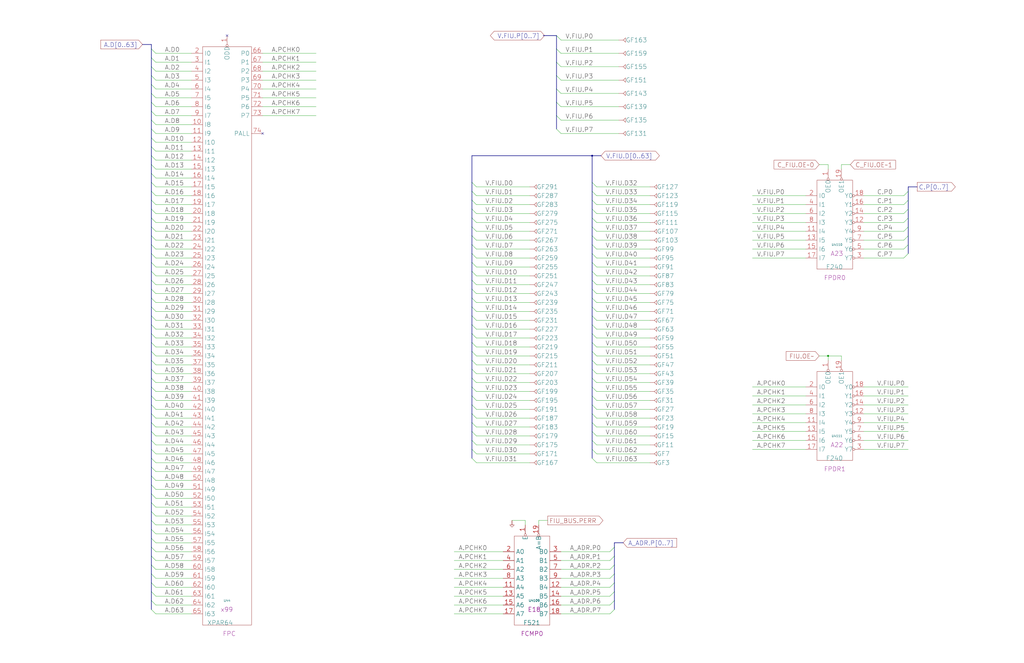
<source format=kicad_sch>
(kicad_sch (version 20230121) (generator eeschema)
  (paper "User" 584.2 378.46)
  (title_block (title "FIU DRIVER AND RECEIVER\\nPARITY") (date "22-MAR-90") (rev "1.0") (comment 1 "VALUE") (comment 2 "232-003063") (comment 3 "S400") (comment 4 "RELEASED"))
  (junction (at 337.82 88.9))
  (junction (at 472.44 203.2))
  (no_connect (at 129.54 20.32))
  (no_connect (at 149.86 76.2))
  (bus_entry (at 86.36 180.34) (size 2.54 2.54))
  (bus_entry (at 337.82 231.14) (size 2.54 2.54))
  (bus_entry (at 337.82 175.26) (size 2.54 2.54))
  (bus_entry (at 350.52 327.66) (size -2.54 2.54))
  (bus_entry (at 86.36 109.22) (size 2.54 2.54))
  (bus_entry (at 86.36 195.58) (size 2.54 2.54))
  (bus_entry (at 337.82 109.22) (size 2.54 2.54))
  (bus_entry (at 317.5 58.42) (size 2.54 2.54))
  (bus_entry (at 317.5 27.94) (size 2.54 2.54))
  (bus_entry (at 86.36 114.3) (size 2.54 2.54))
  (bus_entry (at 350.52 332.74) (size -2.54 2.54))
  (bus_entry (at 337.82 170.18) (size 2.54 2.54))
  (bus_entry (at 337.82 114.3) (size 2.54 2.54))
  (bus_entry (at 86.36 93.98) (size 2.54 2.54))
  (bus_entry (at 269.24 256.54) (size 2.54 2.54))
  (bus_entry (at 269.24 195.58) (size 2.54 2.54))
  (bus_entry (at 269.24 215.9) (size 2.54 2.54))
  (bus_entry (at 86.36 347.98) (size 2.54 2.54))
  (bus_entry (at 337.82 236.22) (size 2.54 2.54))
  (bus_entry (at 269.24 104.14) (size 2.54 2.54))
  (bus_entry (at 350.52 317.5) (size -2.54 2.54))
  (bus_entry (at 86.36 73.66) (size 2.54 2.54))
  (bus_entry (at 86.36 271.78) (size 2.54 2.54))
  (bus_entry (at 269.24 190.5) (size 2.54 2.54))
  (bus_entry (at 337.82 190.5) (size 2.54 2.54))
  (bus_entry (at 86.36 139.7) (size 2.54 2.54))
  (bus_entry (at 86.36 185.42) (size 2.54 2.54))
  (bus_entry (at 86.36 287.02) (size 2.54 2.54))
  (bus_entry (at 337.82 154.94) (size 2.54 2.54))
  (bus_entry (at 86.36 246.38) (size 2.54 2.54))
  (bus_entry (at 86.36 307.34) (size 2.54 2.54))
  (bus_entry (at 337.82 251.46) (size 2.54 2.54))
  (bus_entry (at 269.24 124.46) (size 2.54 2.54))
  (bus_entry (at 86.36 236.22) (size 2.54 2.54))
  (bus_entry (at 86.36 337.82) (size 2.54 2.54))
  (bus_entry (at 86.36 134.62) (size 2.54 2.54))
  (bus_entry (at 86.36 292.1) (size 2.54 2.54))
  (bus_entry (at 86.36 302.26) (size 2.54 2.54))
  (bus_entry (at 337.82 261.62) (size 2.54 2.54))
  (bus_entry (at 269.24 185.42) (size 2.54 2.54))
  (bus_entry (at 86.36 43.18) (size 2.54 2.54))
  (bus_entry (at 86.36 256.54) (size 2.54 2.54))
  (bus_entry (at 86.36 241.3) (size 2.54 2.54))
  (bus_entry (at 518.16 119.38) (size -2.54 2.54))
  (bus_entry (at 337.82 124.46) (size 2.54 2.54))
  (bus_entry (at 86.36 124.46) (size 2.54 2.54))
  (bus_entry (at 337.82 119.38) (size 2.54 2.54))
  (bus_entry (at 269.24 154.94) (size 2.54 2.54))
  (bus_entry (at 269.24 241.3) (size 2.54 2.54))
  (bus_entry (at 337.82 129.54) (size 2.54 2.54))
  (bus_entry (at 86.36 53.34) (size 2.54 2.54))
  (bus_entry (at 86.36 38.1) (size 2.54 2.54))
  (bus_entry (at 86.36 129.54) (size 2.54 2.54))
  (bus_entry (at 269.24 114.3) (size 2.54 2.54))
  (bus_entry (at 86.36 317.5) (size 2.54 2.54))
  (bus_entry (at 269.24 119.38) (size 2.54 2.54))
  (bus_entry (at 337.82 144.78) (size 2.54 2.54))
  (bus_entry (at 518.16 129.54) (size -2.54 2.54))
  (bus_entry (at 317.5 35.56) (size 2.54 2.54))
  (bus_entry (at 269.24 200.66) (size 2.54 2.54))
  (bus_entry (at 518.16 144.78) (size -2.54 2.54))
  (bus_entry (at 86.36 78.74) (size 2.54 2.54))
  (bus_entry (at 86.36 266.7) (size 2.54 2.54))
  (bus_entry (at 337.82 246.38) (size 2.54 2.54))
  (bus_entry (at 350.52 312.42) (size -2.54 2.54))
  (bus_entry (at 86.36 220.98) (size 2.54 2.54))
  (bus_entry (at 86.36 231.14) (size 2.54 2.54))
  (bus_entry (at 86.36 251.46) (size 2.54 2.54))
  (bus_entry (at 269.24 144.78) (size 2.54 2.54))
  (bus_entry (at 86.36 215.9) (size 2.54 2.54))
  (bus_entry (at 350.52 342.9) (size -2.54 2.54))
  (bus_entry (at 269.24 210.82) (size 2.54 2.54))
  (bus_entry (at 86.36 200.66) (size 2.54 2.54))
  (bus_entry (at 86.36 276.86) (size 2.54 2.54))
  (bus_entry (at 86.36 322.58) (size 2.54 2.54))
  (bus_entry (at 86.36 297.18) (size 2.54 2.54))
  (bus_entry (at 337.82 180.34) (size 2.54 2.54))
  (bus_entry (at 269.24 129.54) (size 2.54 2.54))
  (bus_entry (at 269.24 149.86) (size 2.54 2.54))
  (bus_entry (at 86.36 210.82) (size 2.54 2.54))
  (bus_entry (at 86.36 165.1) (size 2.54 2.54))
  (bus_entry (at 86.36 154.94) (size 2.54 2.54))
  (bus_entry (at 350.52 347.98) (size -2.54 2.54))
  (bus_entry (at 337.82 134.62) (size 2.54 2.54))
  (bus_entry (at 86.36 160.02) (size 2.54 2.54))
  (bus_entry (at 269.24 180.34) (size 2.54 2.54))
  (bus_entry (at 337.82 205.74) (size 2.54 2.54))
  (bus_entry (at 86.36 149.86) (size 2.54 2.54))
  (bus_entry (at 86.36 190.5) (size 2.54 2.54))
  (bus_entry (at 337.82 226.06) (size 2.54 2.54))
  (bus_entry (at 86.36 63.5) (size 2.54 2.54))
  (bus_entry (at 86.36 27.94) (size 2.54 2.54))
  (bus_entry (at 269.24 261.62) (size 2.54 2.54))
  (bus_entry (at 518.16 114.3) (size -2.54 2.54))
  (bus_entry (at 269.24 160.02) (size 2.54 2.54))
  (bus_entry (at 86.36 327.66) (size 2.54 2.54))
  (bus_entry (at 337.82 215.9) (size 2.54 2.54))
  (bus_entry (at 269.24 236.22) (size 2.54 2.54))
  (bus_entry (at 317.5 50.8) (size 2.54 2.54))
  (bus_entry (at 269.24 231.14) (size 2.54 2.54))
  (bus_entry (at 86.36 83.82) (size 2.54 2.54))
  (bus_entry (at 269.24 175.26) (size 2.54 2.54))
  (bus_entry (at 86.36 281.94) (size 2.54 2.54))
  (bus_entry (at 518.16 109.22) (size -2.54 2.54))
  (bus_entry (at 86.36 170.18) (size 2.54 2.54))
  (bus_entry (at 337.82 210.82) (size 2.54 2.54))
  (bus_entry (at 86.36 68.58) (size 2.54 2.54))
  (bus_entry (at 317.5 73.66) (size 2.54 2.54))
  (bus_entry (at 269.24 246.38) (size 2.54 2.54))
  (bus_entry (at 269.24 205.74) (size 2.54 2.54))
  (bus_entry (at 86.36 205.74) (size 2.54 2.54))
  (bus_entry (at 337.82 165.1) (size 2.54 2.54))
  (bus_entry (at 86.36 312.42) (size 2.54 2.54))
  (bus_entry (at 350.52 322.58) (size -2.54 2.54))
  (bus_entry (at 86.36 332.74) (size 2.54 2.54))
  (bus_entry (at 337.82 149.86) (size 2.54 2.54))
  (bus_entry (at 86.36 99.06) (size 2.54 2.54))
  (bus_entry (at 269.24 226.06) (size 2.54 2.54))
  (bus_entry (at 317.5 43.18) (size 2.54 2.54))
  (bus_entry (at 518.16 139.7) (size -2.54 2.54))
  (bus_entry (at 86.36 58.42) (size 2.54 2.54))
  (bus_entry (at 337.82 104.14) (size 2.54 2.54))
  (bus_entry (at 86.36 144.78) (size 2.54 2.54))
  (bus_entry (at 86.36 88.9) (size 2.54 2.54))
  (bus_entry (at 269.24 251.46) (size 2.54 2.54))
  (bus_entry (at 350.52 337.82) (size -2.54 2.54))
  (bus_entry (at 337.82 195.58) (size 2.54 2.54))
  (bus_entry (at 86.36 33.02) (size 2.54 2.54))
  (bus_entry (at 269.24 109.22) (size 2.54 2.54))
  (bus_entry (at 269.24 165.1) (size 2.54 2.54))
  (bus_entry (at 317.5 20.32) (size 2.54 2.54))
  (bus_entry (at 269.24 139.7) (size 2.54 2.54))
  (bus_entry (at 86.36 175.26) (size 2.54 2.54))
  (bus_entry (at 86.36 261.62) (size 2.54 2.54))
  (bus_entry (at 337.82 220.98) (size 2.54 2.54))
  (bus_entry (at 86.36 104.14) (size 2.54 2.54))
  (bus_entry (at 518.16 134.62) (size -2.54 2.54))
  (bus_entry (at 269.24 134.62) (size 2.54 2.54))
  (bus_entry (at 337.82 256.54) (size 2.54 2.54))
  (bus_entry (at 86.36 48.26) (size 2.54 2.54))
  (bus_entry (at 337.82 139.7) (size 2.54 2.54))
  (bus_entry (at 337.82 185.42) (size 2.54 2.54))
  (bus_entry (at 269.24 220.98) (size 2.54 2.54))
  (bus_entry (at 86.36 119.38) (size 2.54 2.54))
  (bus_entry (at 518.16 124.46) (size -2.54 2.54))
  (bus_entry (at 337.82 241.3) (size 2.54 2.54))
  (bus_entry (at 86.36 226.06) (size 2.54 2.54))
  (bus_entry (at 86.36 342.9) (size 2.54 2.54))
  (bus_entry (at 317.5 66.04) (size 2.54 2.54))
  (bus_entry (at 337.82 200.66) (size 2.54 2.54))
  (bus_entry (at 269.24 170.18) (size 2.54 2.54))
  (bus_entry (at 337.82 160.02) (size 2.54 2.54))
  (wire (pts (xy 340.36 254) (xy 370.84 254)))
  (wire (pts (xy 259.08 325.12) (xy 287.02 325.12)))
  (wire (pts (xy 340.36 137.16) (xy 370.84 137.16)))
  (bus (pts (xy 337.82 246.38) (xy 337.82 251.46)))
  (bus (pts (xy 86.36 241.3) (xy 86.36 246.38)))
  (bus (pts (xy 337.82 236.22) (xy 337.82 241.3)))
  (wire (pts (xy 109.22 218.44) (xy 88.9 218.44)))
  (bus (pts (xy 337.82 241.3) (xy 337.82 246.38)))
  (wire (pts (xy 271.78 254) (xy 302.26 254)))
  (wire (pts (xy 271.78 208.28) (xy 302.26 208.28)))
  (bus (pts (xy 337.82 160.02) (xy 337.82 165.1)))
  (wire (pts (xy 109.22 304.8) (xy 88.9 304.8)))
  (bus (pts (xy 86.36 322.58) (xy 86.36 327.66)))
  (bus (pts (xy 86.36 281.94) (xy 86.36 287.02)))
  (bus (pts (xy 337.82 109.22) (xy 337.82 114.3)))
  (wire (pts (xy 429.26 241.3) (xy 459.74 241.3)))
  (wire (pts (xy 271.78 162.56) (xy 302.26 162.56)))
  (wire (pts (xy 271.78 193.04) (xy 302.26 193.04)))
  (bus (pts (xy 337.82 88.9) (xy 337.82 104.14)))
  (bus (pts (xy 86.36 266.7) (xy 86.36 271.78)))
  (wire (pts (xy 109.22 142.24) (xy 88.9 142.24)))
  (wire (pts (xy 492.76 246.38) (xy 518.16 246.38)))
  (bus (pts (xy 86.36 297.18) (xy 86.36 302.26)))
  (wire (pts (xy 109.22 238.76) (xy 88.9 238.76)))
  (wire (pts (xy 259.08 314.96) (xy 287.02 314.96)))
  (wire (pts (xy 109.22 177.8) (xy 88.9 177.8)))
  (wire (pts (xy 340.36 152.4) (xy 370.84 152.4)))
  (wire (pts (xy 340.36 193.04) (xy 370.84 193.04)))
  (bus (pts (xy 269.24 175.26) (xy 269.24 180.34)))
  (wire (pts (xy 320.04 22.86) (xy 353.06 22.86)))
  (bus (pts (xy 269.24 154.94) (xy 269.24 160.02)))
  (bus (pts (xy 317.5 35.56) (xy 317.5 43.18)))
  (bus (pts (xy 269.24 231.14) (xy 269.24 236.22)))
  (bus (pts (xy 86.36 78.74) (xy 86.36 83.82)))
  (bus (pts (xy 337.82 144.78) (xy 337.82 149.86)))
  (bus (pts (xy 518.16 119.38) (xy 518.16 124.46)))
  (bus (pts (xy 269.24 134.62) (xy 269.24 139.7)))
  (bus (pts (xy 269.24 220.98) (xy 269.24 226.06)))
  (wire (pts (xy 340.36 228.6) (xy 370.84 228.6)))
  (bus (pts (xy 337.82 129.54) (xy 337.82 134.62)))
  (bus (pts (xy 81.28 25.4) (xy 86.36 25.4)))
  (wire (pts (xy 109.22 167.64) (xy 88.9 167.64)))
  (wire (pts (xy 429.26 127) (xy 459.74 127)))
  (wire (pts (xy 109.22 182.88) (xy 88.9 182.88)))
  (bus (pts (xy 337.82 165.1) (xy 337.82 170.18)))
  (bus (pts (xy 350.52 327.66) (xy 350.52 332.74)))
  (wire (pts (xy 259.08 340.36) (xy 287.02 340.36)))
  (bus (pts (xy 86.36 312.42) (xy 86.36 317.5)))
  (wire (pts (xy 492.76 127) (xy 515.62 127)))
  (bus (pts (xy 86.36 271.78) (xy 86.36 276.86)))
  (bus (pts (xy 350.52 337.82) (xy 350.52 342.9)))
  (wire (pts (xy 271.78 157.48) (xy 302.26 157.48)))
  (bus (pts (xy 337.82 124.46) (xy 337.82 129.54)))
  (bus (pts (xy 86.36 180.34) (xy 86.36 185.42)))
  (wire (pts (xy 109.22 157.48) (xy 88.9 157.48)))
  (wire (pts (xy 492.76 251.46) (xy 518.16 251.46)))
  (wire (pts (xy 109.22 86.36) (xy 88.9 86.36)))
  (wire (pts (xy 109.22 81.28) (xy 88.9 81.28)))
  (wire (pts (xy 259.08 345.44) (xy 287.02 345.44)))
  (bus (pts (xy 86.36 144.78) (xy 86.36 149.86)))
  (wire (pts (xy 340.36 259.08) (xy 370.84 259.08)))
  (wire (pts (xy 467.36 203.2) (xy 472.44 203.2)))
  (bus (pts (xy 269.24 144.78) (xy 269.24 149.86)))
  (bus (pts (xy 269.24 160.02) (xy 269.24 165.1)))
  (bus (pts (xy 350.52 332.74) (xy 350.52 337.82)))
  (wire (pts (xy 109.22 96.52) (xy 88.9 96.52)))
  (wire (pts (xy 340.36 142.24) (xy 370.84 142.24)))
  (bus (pts (xy 86.36 292.1) (xy 86.36 297.18)))
  (bus (pts (xy 86.36 302.26) (xy 86.36 307.34)))
  (wire (pts (xy 259.08 350.52) (xy 287.02 350.52)))
  (wire (pts (xy 109.22 254) (xy 88.9 254)))
  (bus (pts (xy 337.82 139.7) (xy 337.82 144.78)))
  (bus (pts (xy 86.36 63.5) (xy 86.36 68.58)))
  (bus (pts (xy 86.36 261.62) (xy 86.36 266.7)))
  (wire (pts (xy 271.78 177.8) (xy 302.26 177.8)))
  (wire (pts (xy 467.36 93.98) (xy 472.44 93.98)))
  (wire (pts (xy 109.22 243.84) (xy 88.9 243.84)))
  (wire (pts (xy 259.08 320.04) (xy 287.02 320.04)))
  (wire (pts (xy 340.36 264.16) (xy 370.84 264.16)))
  (bus (pts (xy 86.36 129.54) (xy 86.36 134.62)))
  (bus (pts (xy 337.82 119.38) (xy 337.82 124.46)))
  (bus (pts (xy 269.24 180.34) (xy 269.24 185.42)))
  (wire (pts (xy 429.26 121.92) (xy 459.74 121.92)))
  (bus (pts (xy 269.24 226.06) (xy 269.24 231.14)))
  (bus (pts (xy 86.36 25.4) (xy 86.36 27.94)))
  (wire (pts (xy 271.78 111.76) (xy 302.26 111.76)))
  (bus (pts (xy 337.82 185.42) (xy 337.82 190.5)))
  (bus (pts (xy 518.16 109.22) (xy 518.16 114.3)))
  (bus (pts (xy 86.36 124.46) (xy 86.36 129.54)))
  (wire (pts (xy 320.04 45.72) (xy 353.06 45.72)))
  (wire (pts (xy 109.22 350.52) (xy 88.9 350.52)))
  (wire (pts (xy 271.78 198.12) (xy 302.26 198.12)))
  (wire (pts (xy 271.78 228.6) (xy 302.26 228.6)))
  (wire (pts (xy 109.22 132.08) (xy 88.9 132.08)))
  (bus (pts (xy 350.52 322.58) (xy 350.52 327.66)))
  (wire (pts (xy 271.78 203.2) (xy 302.26 203.2)))
  (wire (pts (xy 320.04 340.36) (xy 347.98 340.36)))
  (wire (pts (xy 109.22 50.8) (xy 88.9 50.8)))
  (wire (pts (xy 429.26 236.22) (xy 459.74 236.22)))
  (bus (pts (xy 269.24 104.14) (xy 269.24 109.22)))
  (bus (pts (xy 518.16 139.7) (xy 518.16 144.78)))
  (wire (pts (xy 429.26 137.16) (xy 459.74 137.16)))
  (bus (pts (xy 269.24 119.38) (xy 269.24 124.46)))
  (bus (pts (xy 518.16 129.54) (xy 518.16 134.62)))
  (wire (pts (xy 320.04 68.58) (xy 353.06 68.58)))
  (wire (pts (xy 109.22 279.4) (xy 88.9 279.4)))
  (bus (pts (xy 350.52 309.88) (xy 355.6 309.88)))
  (wire (pts (xy 492.76 142.24) (xy 515.62 142.24)))
  (wire (pts (xy 259.08 330.2) (xy 287.02 330.2)))
  (wire (pts (xy 320.04 38.1) (xy 353.06 38.1)))
  (wire (pts (xy 109.22 45.72) (xy 88.9 45.72)))
  (bus (pts (xy 337.82 114.3) (xy 337.82 119.38)))
  (bus (pts (xy 269.24 139.7) (xy 269.24 144.78)))
  (bus (pts (xy 269.24 124.46) (xy 269.24 129.54)))
  (bus (pts (xy 86.36 327.66) (xy 86.36 332.74)))
  (bus (pts (xy 337.82 195.58) (xy 337.82 200.66)))
  (wire (pts (xy 109.22 121.92) (xy 88.9 121.92)))
  (wire (pts (xy 149.86 60.96) (xy 180.34 60.96)))
  (bus (pts (xy 337.82 256.54) (xy 337.82 261.62)))
  (bus (pts (xy 86.36 33.02) (xy 86.36 38.1)))
  (wire (pts (xy 492.76 220.98) (xy 518.16 220.98)))
  (wire (pts (xy 429.26 111.76) (xy 459.74 111.76)))
  (bus (pts (xy 86.36 236.22) (xy 86.36 241.3)))
  (bus (pts (xy 350.52 312.42) (xy 350.52 317.5)))
  (wire (pts (xy 480.06 93.98) (xy 480.06 96.52)))
  (bus (pts (xy 337.82 210.82) (xy 337.82 215.9)))
  (bus (pts (xy 86.36 165.1) (xy 86.36 170.18)))
  (wire (pts (xy 492.76 121.92) (xy 515.62 121.92)))
  (wire (pts (xy 109.22 172.72) (xy 88.9 172.72)))
  (wire (pts (xy 312.42 297.18) (xy 307.34 297.18)))
  (wire (pts (xy 320.04 330.2) (xy 347.98 330.2)))
  (bus (pts (xy 86.36 134.62) (xy 86.36 139.7)))
  (bus (pts (xy 269.24 114.3) (xy 269.24 119.38)))
  (wire (pts (xy 429.26 226.06) (xy 459.74 226.06)))
  (wire (pts (xy 320.04 60.96) (xy 353.06 60.96)))
  (bus (pts (xy 86.36 246.38) (xy 86.36 251.46)))
  (bus (pts (xy 317.5 27.94) (xy 317.5 35.56)))
  (wire (pts (xy 320.04 30.48) (xy 353.06 30.48)))
  (bus (pts (xy 269.24 251.46) (xy 269.24 256.54)))
  (bus (pts (xy 350.52 309.88) (xy 350.52 312.42)))
  (wire (pts (xy 109.22 203.2) (xy 88.9 203.2)))
  (wire (pts (xy 480.06 93.98) (xy 485.14 93.98)))
  (wire (pts (xy 271.78 223.52) (xy 302.26 223.52)))
  (bus (pts (xy 86.36 175.26) (xy 86.36 180.34)))
  (bus (pts (xy 317.5 43.18) (xy 317.5 50.8)))
  (bus (pts (xy 86.36 342.9) (xy 86.36 347.98)))
  (wire (pts (xy 320.04 53.34) (xy 353.06 53.34)))
  (bus (pts (xy 337.82 149.86) (xy 337.82 154.94)))
  (wire (pts (xy 271.78 213.36) (xy 302.26 213.36)))
  (bus (pts (xy 337.82 200.66) (xy 337.82 205.74)))
  (bus (pts (xy 317.5 58.42) (xy 317.5 66.04)))
  (wire (pts (xy 109.22 325.12) (xy 88.9 325.12)))
  (wire (pts (xy 340.36 198.12) (xy 370.84 198.12)))
  (bus (pts (xy 86.36 205.74) (xy 86.36 210.82)))
  (wire (pts (xy 492.76 147.32) (xy 515.62 147.32)))
  (wire (pts (xy 492.76 256.54) (xy 518.16 256.54)))
  (bus (pts (xy 86.36 200.66) (xy 86.36 205.74)))
  (bus (pts (xy 317.5 20.32) (xy 317.5 27.94)))
  (bus (pts (xy 337.82 226.06) (xy 337.82 231.14)))
  (bus (pts (xy 86.36 251.46) (xy 86.36 256.54)))
  (bus (pts (xy 86.36 93.98) (xy 86.36 99.06)))
  (wire (pts (xy 149.86 35.56) (xy 180.34 35.56)))
  (wire (pts (xy 492.76 236.22) (xy 518.16 236.22)))
  (wire (pts (xy 271.78 238.76) (xy 302.26 238.76)))
  (bus (pts (xy 86.36 53.34) (xy 86.36 58.42)))
  (wire (pts (xy 271.78 116.84) (xy 302.26 116.84)))
  (wire (pts (xy 340.36 243.84) (xy 370.84 243.84)))
  (bus (pts (xy 269.24 210.82) (xy 269.24 215.9)))
  (bus (pts (xy 86.36 99.06) (xy 86.36 104.14)))
  (bus (pts (xy 337.82 215.9) (xy 337.82 220.98)))
  (wire (pts (xy 109.22 233.68) (xy 88.9 233.68)))
  (wire (pts (xy 340.36 177.8) (xy 370.84 177.8)))
  (bus (pts (xy 518.16 134.62) (xy 518.16 139.7)))
  (bus (pts (xy 269.24 129.54) (xy 269.24 134.62)))
  (wire (pts (xy 109.22 147.32) (xy 88.9 147.32)))
  (bus (pts (xy 269.24 241.3) (xy 269.24 246.38)))
  (wire (pts (xy 492.76 226.06) (xy 518.16 226.06)))
  (wire (pts (xy 149.86 45.72) (xy 180.34 45.72)))
  (bus (pts (xy 269.24 88.9) (xy 269.24 104.14)))
  (wire (pts (xy 109.22 193.04) (xy 88.9 193.04)))
  (wire (pts (xy 492.76 137.16) (xy 515.62 137.16)))
  (wire (pts (xy 109.22 264.16) (xy 88.9 264.16)))
  (bus (pts (xy 269.24 236.22) (xy 269.24 241.3)))
  (wire (pts (xy 109.22 330.2) (xy 88.9 330.2)))
  (wire (pts (xy 429.26 246.38) (xy 459.74 246.38)))
  (wire (pts (xy 271.78 243.84) (xy 302.26 243.84)))
  (wire (pts (xy 149.86 40.64) (xy 180.34 40.64)))
  (bus (pts (xy 337.82 134.62) (xy 337.82 139.7)))
  (wire (pts (xy 492.76 111.76) (xy 515.62 111.76)))
  (wire (pts (xy 320.04 345.44) (xy 347.98 345.44)))
  (wire (pts (xy 109.22 76.2) (xy 88.9 76.2)))
  (bus (pts (xy 86.36 68.58) (xy 86.36 73.66)))
  (bus (pts (xy 309.88 20.32) (xy 317.5 20.32)))
  (bus (pts (xy 86.36 83.82) (xy 86.36 88.9)))
  (wire (pts (xy 271.78 187.96) (xy 302.26 187.96)))
  (bus (pts (xy 337.82 190.5) (xy 337.82 195.58)))
  (wire (pts (xy 271.78 182.88) (xy 302.26 182.88)))
  (wire (pts (xy 109.22 40.64) (xy 88.9 40.64)))
  (wire (pts (xy 109.22 137.16) (xy 88.9 137.16)))
  (wire (pts (xy 109.22 314.96) (xy 88.9 314.96)))
  (wire (pts (xy 271.78 132.08) (xy 302.26 132.08)))
  (wire (pts (xy 109.22 91.44) (xy 88.9 91.44)))
  (bus (pts (xy 86.36 337.82) (xy 86.36 342.9)))
  (wire (pts (xy 340.36 132.08) (xy 370.84 132.08)))
  (wire (pts (xy 109.22 259.08) (xy 88.9 259.08)))
  (wire (pts (xy 271.78 248.92) (xy 302.26 248.92)))
  (wire (pts (xy 109.22 294.64) (xy 88.9 294.64)))
  (wire (pts (xy 109.22 335.28) (xy 88.9 335.28)))
  (bus (pts (xy 86.36 119.38) (xy 86.36 124.46)))
  (wire (pts (xy 472.44 203.2) (xy 480.06 203.2)))
  (bus (pts (xy 86.36 220.98) (xy 86.36 226.06)))
  (bus (pts (xy 350.52 317.5) (xy 350.52 322.58)))
  (wire (pts (xy 340.36 157.48) (xy 370.84 157.48)))
  (wire (pts (xy 109.22 309.88) (xy 88.9 309.88)))
  (wire (pts (xy 340.36 223.52) (xy 370.84 223.52)))
  (wire (pts (xy 109.22 299.72) (xy 88.9 299.72)))
  (bus (pts (xy 86.36 73.66) (xy 86.36 78.74)))
  (bus (pts (xy 86.36 185.42) (xy 86.36 190.5)))
  (wire (pts (xy 340.36 187.96) (xy 370.84 187.96)))
  (wire (pts (xy 109.22 187.96) (xy 88.9 187.96)))
  (bus (pts (xy 86.36 307.34) (xy 86.36 312.42)))
  (bus (pts (xy 269.24 165.1) (xy 269.24 170.18)))
  (wire (pts (xy 271.78 137.16) (xy 302.26 137.16)))
  (wire (pts (xy 109.22 223.52) (xy 88.9 223.52)))
  (wire (pts (xy 109.22 35.56) (xy 88.9 35.56)))
  (wire (pts (xy 109.22 284.48) (xy 88.9 284.48)))
  (wire (pts (xy 149.86 50.8) (xy 180.34 50.8)))
  (wire (pts (xy 320.04 314.96) (xy 347.98 314.96)))
  (wire (pts (xy 340.36 182.88) (xy 370.84 182.88)))
  (wire (pts (xy 429.26 256.54) (xy 459.74 256.54)))
  (bus (pts (xy 86.36 38.1) (xy 86.36 43.18)))
  (wire (pts (xy 340.36 238.76) (xy 370.84 238.76)))
  (bus (pts (xy 86.36 58.42) (xy 86.36 63.5)))
  (wire (pts (xy 472.44 203.2) (xy 472.44 205.74)))
  (bus (pts (xy 86.36 317.5) (xy 86.36 322.58)))
  (wire (pts (xy 320.04 320.04) (xy 347.98 320.04)))
  (bus (pts (xy 337.82 205.74) (xy 337.82 210.82)))
  (wire (pts (xy 299.72 297.18) (xy 299.72 299.72)))
  (wire (pts (xy 492.76 132.08) (xy 515.62 132.08)))
  (bus (pts (xy 86.36 215.9) (xy 86.36 220.98)))
  (wire (pts (xy 340.36 172.72) (xy 370.84 172.72)))
  (wire (pts (xy 109.22 60.96) (xy 88.9 60.96)))
  (bus (pts (xy 86.36 27.94) (xy 86.36 33.02)))
  (wire (pts (xy 307.34 297.18) (xy 307.34 299.72)))
  (wire (pts (xy 109.22 198.12) (xy 88.9 198.12)))
  (wire (pts (xy 109.22 71.12) (xy 88.9 71.12)))
  (wire (pts (xy 340.36 218.44) (xy 370.84 218.44)))
  (wire (pts (xy 109.22 30.48) (xy 88.9 30.48)))
  (bus (pts (xy 337.82 104.14) (xy 337.82 109.22)))
  (wire (pts (xy 149.86 55.88) (xy 180.34 55.88)))
  (bus (pts (xy 86.36 109.22) (xy 86.36 114.3)))
  (bus (pts (xy 337.82 154.94) (xy 337.82 160.02)))
  (bus (pts (xy 86.36 190.5) (xy 86.36 195.58)))
  (wire (pts (xy 340.36 116.84) (xy 370.84 116.84)))
  (wire (pts (xy 271.78 147.32) (xy 302.26 147.32)))
  (bus (pts (xy 317.5 50.8) (xy 317.5 58.42)))
  (bus (pts (xy 86.36 332.74) (xy 86.36 337.82)))
  (wire (pts (xy 109.22 248.92) (xy 88.9 248.92)))
  (bus (pts (xy 337.82 220.98) (xy 337.82 226.06)))
  (wire (pts (xy 320.04 325.12) (xy 347.98 325.12)))
  (bus (pts (xy 86.36 149.86) (xy 86.36 154.94)))
  (wire (pts (xy 340.36 213.36) (xy 370.84 213.36)))
  (bus (pts (xy 337.82 175.26) (xy 337.82 180.34)))
  (wire (pts (xy 429.26 116.84) (xy 459.74 116.84)))
  (bus (pts (xy 86.36 139.7) (xy 86.36 144.78)))
  (wire (pts (xy 320.04 76.2) (xy 353.06 76.2)))
  (wire (pts (xy 109.22 116.84) (xy 88.9 116.84)))
  (wire (pts (xy 149.86 66.04) (xy 180.34 66.04)))
  (bus (pts (xy 86.36 114.3) (xy 86.36 119.38)))
  (wire (pts (xy 259.08 335.28) (xy 287.02 335.28)))
  (wire (pts (xy 340.36 208.28) (xy 370.84 208.28)))
  (wire (pts (xy 340.36 121.92) (xy 370.84 121.92)))
  (wire (pts (xy 109.22 269.24) (xy 88.9 269.24)))
  (wire (pts (xy 429.26 231.14) (xy 459.74 231.14)))
  (bus (pts (xy 337.82 231.14) (xy 337.82 236.22)))
  (wire (pts (xy 492.76 116.84) (xy 515.62 116.84)))
  (wire (pts (xy 109.22 111.76) (xy 88.9 111.76)))
  (wire (pts (xy 271.78 142.24) (xy 302.26 142.24)))
  (wire (pts (xy 109.22 162.56) (xy 88.9 162.56)))
  (bus (pts (xy 518.16 114.3) (xy 518.16 119.38)))
  (wire (pts (xy 109.22 320.04) (xy 88.9 320.04)))
  (bus (pts (xy 518.16 106.68) (xy 518.16 109.22)))
  (wire (pts (xy 271.78 264.16) (xy 302.26 264.16)))
  (bus (pts (xy 269.24 185.42) (xy 269.24 190.5)))
  (wire (pts (xy 340.36 106.68) (xy 370.84 106.68)))
  (bus (pts (xy 269.24 170.18) (xy 269.24 175.26)))
  (bus (pts (xy 317.5 66.04) (xy 317.5 73.66)))
  (bus (pts (xy 518.16 124.46) (xy 518.16 129.54)))
  (wire (pts (xy 109.22 345.44) (xy 88.9 345.44)))
  (bus (pts (xy 337.82 88.9) (xy 342.9 88.9)))
  (wire (pts (xy 109.22 66.04) (xy 88.9 66.04)))
  (wire (pts (xy 320.04 335.28) (xy 347.98 335.28)))
  (bus (pts (xy 86.36 256.54) (xy 86.36 261.62)))
  (wire (pts (xy 271.78 218.44) (xy 302.26 218.44)))
  (wire (pts (xy 472.44 93.98) (xy 472.44 96.52)))
  (wire (pts (xy 480.06 203.2) (xy 480.06 205.74)))
  (wire (pts (xy 109.22 101.6) (xy 88.9 101.6)))
  (bus (pts (xy 269.24 149.86) (xy 269.24 154.94)))
  (wire (pts (xy 109.22 289.56) (xy 88.9 289.56)))
  (wire (pts (xy 271.78 172.72) (xy 302.26 172.72)))
  (bus (pts (xy 269.24 88.9) (xy 337.82 88.9)))
  (wire (pts (xy 271.78 152.4) (xy 302.26 152.4)))
  (wire (pts (xy 271.78 233.68) (xy 302.26 233.68)))
  (bus (pts (xy 337.82 180.34) (xy 337.82 185.42)))
  (bus (pts (xy 337.82 170.18) (xy 337.82 175.26)))
  (bus (pts (xy 269.24 190.5) (xy 269.24 195.58)))
  (wire (pts (xy 340.36 233.68) (xy 370.84 233.68)))
  (bus (pts (xy 86.36 88.9) (xy 86.36 93.98)))
  (bus (pts (xy 269.24 200.66) (xy 269.24 205.74)))
  (bus (pts (xy 518.16 106.68) (xy 523.24 106.68)))
  (wire (pts (xy 109.22 228.6) (xy 88.9 228.6)))
  (bus (pts (xy 86.36 154.94) (xy 86.36 160.02)))
  (wire (pts (xy 271.78 167.64) (xy 302.26 167.64)))
  (wire (pts (xy 429.26 220.98) (xy 459.74 220.98)))
  (wire (pts (xy 340.36 127) (xy 370.84 127)))
  (wire (pts (xy 109.22 208.28) (xy 88.9 208.28)))
  (bus (pts (xy 269.24 215.9) (xy 269.24 220.98)))
  (bus (pts (xy 350.52 342.9) (xy 350.52 347.98)))
  (bus (pts (xy 86.36 43.18) (xy 86.36 48.26)))
  (bus (pts (xy 86.36 160.02) (xy 86.36 165.1)))
  (wire (pts (xy 320.04 350.52) (xy 347.98 350.52)))
  (wire (pts (xy 340.36 167.64) (xy 370.84 167.64)))
  (bus (pts (xy 86.36 276.86) (xy 86.36 281.94)))
  (wire (pts (xy 109.22 106.68) (xy 88.9 106.68)))
  (bus (pts (xy 269.24 205.74) (xy 269.24 210.82)))
  (wire (pts (xy 109.22 127) (xy 88.9 127)))
  (bus (pts (xy 86.36 170.18) (xy 86.36 175.26)))
  (wire (pts (xy 492.76 231.14) (xy 518.16 231.14)))
  (wire (pts (xy 340.36 147.32) (xy 370.84 147.32)))
  (wire (pts (xy 429.26 251.46) (xy 459.74 251.46)))
  (bus (pts (xy 269.24 256.54) (xy 269.24 261.62)))
  (wire (pts (xy 429.26 147.32) (xy 459.74 147.32)))
  (bus (pts (xy 86.36 48.26) (xy 86.36 53.34)))
  (wire (pts (xy 149.86 30.48) (xy 180.34 30.48)))
  (wire (pts (xy 271.78 259.08) (xy 302.26 259.08)))
  (wire (pts (xy 109.22 274.32) (xy 88.9 274.32)))
  (wire (pts (xy 109.22 213.36) (xy 88.9 213.36)))
  (wire (pts (xy 340.36 248.92) (xy 370.84 248.92)))
  (wire (pts (xy 271.78 106.68) (xy 302.26 106.68)))
  (wire (pts (xy 271.78 127) (xy 302.26 127)))
  (wire (pts (xy 271.78 121.92) (xy 302.26 121.92)))
  (wire (pts (xy 340.36 203.2) (xy 370.84 203.2)))
  (wire (pts (xy 429.26 142.24) (xy 459.74 142.24)))
  (bus (pts (xy 269.24 195.58) (xy 269.24 200.66)))
  (bus (pts (xy 86.36 195.58) (xy 86.36 200.66)))
  (bus (pts (xy 86.36 210.82) (xy 86.36 215.9)))
  (wire (pts (xy 340.36 162.56) (xy 370.84 162.56)))
  (bus (pts (xy 86.36 104.14) (xy 86.36 109.22)))
  (bus (pts (xy 86.36 226.06) (xy 86.36 231.14)))
  (wire (pts (xy 492.76 241.3) (xy 518.16 241.3)))
  (wire (pts (xy 109.22 340.36) (xy 88.9 340.36)))
  (bus (pts (xy 337.82 251.46) (xy 337.82 256.54)))
  (bus (pts (xy 86.36 231.14) (xy 86.36 236.22)))
  (wire (pts (xy 109.22 152.4) (xy 88.9 152.4)))
  (wire (pts (xy 292.1 297.18) (xy 299.72 297.18)))
  (bus (pts (xy 269.24 109.22) (xy 269.24 114.3)))
  (wire (pts (xy 109.22 55.88) (xy 88.9 55.88)))
  (wire (pts (xy 340.36 111.76) (xy 370.84 111.76)))
  (bus (pts (xy 86.36 287.02) (xy 86.36 292.1)))
  (bus (pts (xy 269.24 246.38) (xy 269.24 251.46)))
  (wire (pts (xy 429.26 132.08) (xy 459.74 132.08)))
  (label "A.PCHK3" (at 431.8 236.22 0) (effects (font (size 2.54 2.54))))
  (label "V.FIU.D16" (at 276.86 187.96 0) (effects (font (size 2.54 2.54))))
  (label "V.FIU.D51" (at 345.44 203.2 0) (effects (font (size 2.54 2.54))))
  (label "A_ADR.P1" (at 325.12 320.04 0) (effects (font (size 2.54 2.54))))
  (label "A.D63" (at 93.98 350.52 0) (effects (font (size 2.54 2.54))))
  (label "A.D11" (at 93.98 86.36 0) (effects (font (size 2.54 2.54))))
  (label "V.FIU.D33" (at 345.44 111.76 0) (effects (font (size 2.54 2.54))))
  (label "V.FIU.P4" (at 322.58 53.34 0) (effects (font (size 2.54 2.54))))
  (label "A.D45" (at 93.98 259.08 0) (effects (font (size 2.54 2.54))))
  (label "A.D37" (at 93.98 218.44 0) (effects (font (size 2.54 2.54))))
  (label "A_ADR.P0" (at 325.12 314.96 0) (effects (font (size 2.54 2.54))))
  (label "A.D6" (at 93.98 60.96 0) (effects (font (size 2.54 2.54))))
  (label "V.FIU.P0" (at 500.38 220.98 0) (effects (font (size 2.54 2.54))))
  (label "V.FIU.D53" (at 345.44 213.36 0) (effects (font (size 2.54 2.54))))
  (label "V.FIU.P0" (at 322.58 22.86 0) (effects (font (size 2.54 2.54))))
  (label "V.FIU.D57" (at 345.44 233.68 0) (effects (font (size 2.54 2.54))))
  (label "V.FIU.D13" (at 276.86 172.72 0) (effects (font (size 2.54 2.54))))
  (label "C.P7" (at 500.38 147.32 0) (effects (font (size 2.54 2.54))))
  (label "A.PCHK4" (at 154.94 50.8 0) (effects (font (size 2.54 2.54))))
  (label "V.FIU.D40" (at 345.44 147.32 0) (effects (font (size 2.54 2.54))))
  (label "A.D33" (at 93.98 198.12 0) (effects (font (size 2.54 2.54))))
  (label "A.D28" (at 93.98 172.72 0) (effects (font (size 2.54 2.54))))
  (label "V.FIU.D1" (at 276.86 111.76 0) (effects (font (size 2.54 2.54))))
  (label "A.D62" (at 93.98 345.44 0) (effects (font (size 2.54 2.54))))
  (label "A.PCHK5" (at 154.94 55.88 0) (effects (font (size 2.54 2.54))))
  (label "A.D48" (at 93.98 274.32 0) (effects (font (size 2.54 2.54))))
  (label "A.D35" (at 93.98 208.28 0) (effects (font (size 2.54 2.54))))
  (label "A.D34" (at 93.98 203.2 0) (effects (font (size 2.54 2.54))))
  (label "V.FIU.D21" (at 276.86 213.36 0) (effects (font (size 2.54 2.54))))
  (label "A.D15" (at 93.98 106.68 0) (effects (font (size 2.54 2.54))))
  (label "V.FIU.D55" (at 345.44 223.52 0) (effects (font (size 2.54 2.54))))
  (label "V.FIU.D0" (at 276.86 106.68 0) (effects (font (size 2.54 2.54))))
  (label "A.D0" (at 93.98 30.48 0) (effects (font (size 2.54 2.54))))
  (label "A.D44" (at 93.98 254 0) (effects (font (size 2.54 2.54))))
  (label "A.D23" (at 93.98 147.32 0) (effects (font (size 2.54 2.54))))
  (label "A.PCHK1" (at 431.8 226.06 0) (effects (font (size 2.54 2.54))))
  (label "V.FIU.P2" (at 500.38 231.14 0) (effects (font (size 2.54 2.54))))
  (label "A.D2" (at 93.98 40.64 0) (effects (font (size 2.54 2.54))))
  (label "A.D55" (at 93.98 309.88 0) (effects (font (size 2.54 2.54))))
  (label "V.FIU.D29" (at 276.86 254 0) (effects (font (size 2.54 2.54))))
  (label "A.D40" (at 93.98 233.68 0) (effects (font (size 2.54 2.54))))
  (label "V.FIU.D34" (at 345.44 116.84 0) (effects (font (size 2.54 2.54))))
  (label "V.FIU.D9" (at 276.86 152.4 0) (effects (font (size 2.54 2.54))))
  (label "A.D42" (at 93.98 243.84 0) (effects (font (size 2.54 2.54))))
  (label "V.FIU.D24" (at 276.86 228.6 0) (effects (font (size 2.54 2.54))))
  (label "V.FIU.D60" (at 345.44 248.92 0) (effects (font (size 2.54 2.54))))
  (label "A.D36" (at 93.98 213.36 0) (effects (font (size 2.54 2.54))))
  (label "V.FIU.D6" (at 276.86 137.16 0) (effects (font (size 2.54 2.54))))
  (label "V.FIU.D39" (at 345.44 142.24 0) (effects (font (size 2.54 2.54))))
  (label "A.PCHK5" (at 431.8 246.38 0) (effects (font (size 2.54 2.54))))
  (label "A.D41" (at 93.98 238.76 0) (effects (font (size 2.54 2.54))))
  (label "V.FIU.D37" (at 345.44 132.08 0) (effects (font (size 2.54 2.54))))
  (label "A.D19" (at 93.98 127 0) (effects (font (size 2.54 2.54))))
  (label "A.D12" (at 93.98 91.44 0) (effects (font (size 2.54 2.54))))
  (label "V.FIU.D2" (at 276.86 116.84 0) (effects (font (size 2.54 2.54))))
  (label "V.FIU.P1" (at 322.58 30.48 0) (effects (font (size 2.54 2.54))))
  (label "V.FIU.D25" (at 276.86 233.68 0) (effects (font (size 2.54 2.54))))
  (label "C.P6" (at 500.38 142.24 0) (effects (font (size 2.54 2.54))))
  (label "V.FIU.D52" (at 345.44 208.28 0) (effects (font (size 2.54 2.54))))
  (label "A.D39" (at 93.98 228.6 0) (effects (font (size 2.54 2.54))))
  (label "A.PCHK0" (at 154.94 30.48 0) (effects (font (size 2.54 2.54))))
  (label "C.P4" (at 500.38 132.08 0) (effects (font (size 2.54 2.54))))
  (label "A.D22" (at 93.98 142.24 0) (effects (font (size 2.54 2.54))))
  (label "V.FIU.D35" (at 345.44 121.92 0) (effects (font (size 2.54 2.54))))
  (label "V.FIU.D14" (at 276.86 177.8 0) (effects (font (size 2.54 2.54))))
  (label "V.FIU.D20" (at 276.86 208.28 0) (effects (font (size 2.54 2.54))))
  (label "A_ADR.P5" (at 325.12 340.36 0) (effects (font (size 2.54 2.54))))
  (label "A.D3" (at 93.98 45.72 0) (effects (font (size 2.54 2.54))))
  (label "V.FIU.D32" (at 345.44 106.68 0) (effects (font (size 2.54 2.54))))
  (label "A.PCHK5" (at 261.62 340.36 0) (effects (font (size 2.54 2.54))))
  (label "A.PCHK1" (at 154.94 35.56 0) (effects (font (size 2.54 2.54))))
  (label "V.FIU.D28" (at 276.86 248.92 0) (effects (font (size 2.54 2.54))))
  (label "A.PCHK3" (at 261.62 330.2 0) (effects (font (size 2.54 2.54))))
  (label "V.FIU.P3" (at 431.8 127 0) (effects (font (size 2.54 2.54))))
  (label "V.FIU.D5" (at 276.86 132.08 0) (effects (font (size 2.54 2.54))))
  (label "V.FIU.P3" (at 322.58 45.72 0) (effects (font (size 2.54 2.54))))
  (label "V.FIU.D15" (at 276.86 182.88 0) (effects (font (size 2.54 2.54))))
  (label "V.FIU.D10" (at 276.86 157.48 0) (effects (font (size 2.54 2.54))))
  (label "V.FIU.D41" (at 345.44 152.4 0) (effects (font (size 2.54 2.54))))
  (label "V.FIU.D56" (at 345.44 228.6 0) (effects (font (size 2.54 2.54))))
  (label "V.FIU.D7" (at 276.86 142.24 0) (effects (font (size 2.54 2.54))))
  (label "V.FIU.D17" (at 276.86 193.04 0) (effects (font (size 2.54 2.54))))
  (label "V.FIU.D54" (at 345.44 218.44 0) (effects (font (size 2.54 2.54))))
  (label "V.FIU.P5" (at 431.8 137.16 0) (effects (font (size 2.54 2.54))))
  (label "C.P1" (at 500.38 116.84 0) (effects (font (size 2.54 2.54))))
  (label "V.FIU.D63" (at 345.44 264.16 0) (effects (font (size 2.54 2.54))))
  (label "A.PCHK1" (at 261.62 320.04 0) (effects (font (size 2.54 2.54))))
  (label "A.D14" (at 93.98 101.6 0) (effects (font (size 2.54 2.54))))
  (label "V.FIU.P2" (at 431.8 121.92 0) (effects (font (size 2.54 2.54))))
  (label "C.P2" (at 500.38 121.92 0) (effects (font (size 2.54 2.54))))
  (label "V.FIU.D44" (at 345.44 167.64 0) (effects (font (size 2.54 2.54))))
  (label "V.FIU.P1" (at 500.38 226.06 0) (effects (font (size 2.54 2.54))))
  (label "V.FIU.P7" (at 500.38 256.54 0) (effects (font (size 2.54 2.54))))
  (label "V.FIU.D59" (at 345.44 243.84 0) (effects (font (size 2.54 2.54))))
  (label "A.D25" (at 93.98 157.48 0) (effects (font (size 2.54 2.54))))
  (label "A.D1" (at 93.98 35.56 0) (effects (font (size 2.54 2.54))))
  (label "V.FIU.P7" (at 431.8 147.32 0) (effects (font (size 2.54 2.54))))
  (label "V.FIU.D22" (at 276.86 218.44 0) (effects (font (size 2.54 2.54))))
  (label "V.FIU.D42" (at 345.44 157.48 0) (effects (font (size 2.54 2.54))))
  (label "A.D60" (at 93.98 335.28 0) (effects (font (size 2.54 2.54))))
  (label "V.FIU.P6" (at 500.38 251.46 0) (effects (font (size 2.54 2.54))))
  (label "A.PCHK7" (at 431.8 256.54 0) (effects (font (size 2.54 2.54))))
  (label "V.FIU.D47" (at 345.44 182.88 0) (effects (font (size 2.54 2.54))))
  (label "A.D20" (at 93.98 132.08 0) (effects (font (size 2.54 2.54))))
  (label "V.FIU.D61" (at 345.44 254 0) (effects (font (size 2.54 2.54))))
  (label "A.D43" (at 93.98 248.92 0) (effects (font (size 2.54 2.54))))
  (label "V.FIU.D18" (at 276.86 198.12 0) (effects (font (size 2.54 2.54))))
  (label "A.D7" (at 93.98 66.04 0) (effects (font (size 2.54 2.54))))
  (label "V.FIU.D23" (at 276.86 223.52 0) (effects (font (size 2.54 2.54))))
  (label "A.D21" (at 93.98 137.16 0) (effects (font (size 2.54 2.54))))
  (label "A.D18" (at 93.98 121.92 0) (effects (font (size 2.54 2.54))))
  (label "V.FIU.P2" (at 322.58 38.1 0) (effects (font (size 2.54 2.54))))
  (label "V.FIU.D19" (at 276.86 203.2 0) (effects (font (size 2.54 2.54))))
  (label "A.PCHK6" (at 431.8 251.46 0) (effects (font (size 2.54 2.54))))
  (label "V.FIU.D4" (at 276.86 127 0) (effects (font (size 2.54 2.54))))
  (label "V.FIU.D50" (at 345.44 198.12 0) (effects (font (size 2.54 2.54))))
  (label "A.D61" (at 93.98 340.36 0) (effects (font (size 2.54 2.54))))
  (label "A.D16" (at 93.98 111.76 0) (effects (font (size 2.54 2.54))))
  (label "A.D10" (at 93.98 81.28 0) (effects (font (size 2.54 2.54))))
  (label "A.D31" (at 93.98 187.96 0) (effects (font (size 2.54 2.54))))
  (label "V.FIU.D8" (at 276.86 147.32 0) (effects (font (size 2.54 2.54))))
  (label "A.D13" (at 93.98 96.52 0) (effects (font (size 2.54 2.54))))
  (label "V.FIU.D43" (at 345.44 162.56 0) (effects (font (size 2.54 2.54))))
  (label "A.D32" (at 93.98 193.04 0) (effects (font (size 2.54 2.54))))
  (label "V.FIU.P6" (at 322.58 68.58 0) (effects (font (size 2.54 2.54))))
  (label "V.FIU.D12" (at 276.86 167.64 0) (effects (font (size 2.54 2.54))))
  (label "A.D27" (at 93.98 167.64 0) (effects (font (size 2.54 2.54))))
  (label "V.FIU.P6" (at 431.8 142.24 0) (effects (font (size 2.54 2.54))))
  (label "C.P0" (at 500.38 111.76 0) (effects (font (size 2.54 2.54))))
  (label "A.D56" (at 93.98 314.96 0) (effects (font (size 2.54 2.54))))
  (label "A_ADR.P4" (at 325.12 335.28 0) (effects (font (size 2.54 2.54))))
  (label "A.D4" (at 93.98 50.8 0) (effects (font (size 2.54 2.54))))
  (label "V.FIU.P3" (at 500.38 236.22 0) (effects (font (size 2.54 2.54))))
  (label "V.FIU.D30" (at 276.86 259.08 0) (effects (font (size 2.54 2.54))))
  (label "A.D26" (at 93.98 162.56 0) (effects (font (size 2.54 2.54))))
  (label "A.PCHK4" (at 261.62 335.28 0) (effects (font (size 2.54 2.54))))
  (label "V.FIU.P5" (at 322.58 60.96 0) (effects (font (size 2.54 2.54))))
  (label "A.PCHK7" (at 261.62 350.52 0) (effects (font (size 2.54 2.54))))
  (label "A.D58" (at 93.98 325.12 0) (effects (font (size 2.54 2.54))))
  (label "A.PCHK4" (at 431.8 241.3 0) (effects (font (size 2.54 2.54))))
  (label "A.D5" (at 93.98 55.88 0) (effects (font (size 2.54 2.54))))
  (label "V.FIU.P5" (at 500.38 246.38 0) (effects (font (size 2.54 2.54))))
  (label "A.D46" (at 93.98 264.16 0) (effects (font (size 2.54 2.54))))
  (label "A.D53" (at 93.98 299.72 0) (effects (font (size 2.54 2.54))))
  (label "A.D24" (at 93.98 152.4 0) (effects (font (size 2.54 2.54))))
  (label "A.PCHK7" (at 154.94 66.04 0) (effects (font (size 2.54 2.54))))
  (label "V.FIU.D26" (at 276.86 238.76 0) (effects (font (size 2.54 2.54))))
  (label "A_ADR.P3" (at 325.12 330.2 0) (effects (font (size 2.54 2.54))))
  (label "V.FIU.P1" (at 431.8 116.84 0) (effects (font (size 2.54 2.54))))
  (label "V.FIU.D36" (at 345.44 127 0) (effects (font (size 2.54 2.54))))
  (label "A.PCHK2" (at 431.8 231.14 0) (effects (font (size 2.54 2.54))))
  (label "V.FIU.D11" (at 276.86 162.56 0) (effects (font (size 2.54 2.54))))
  (label "V.FIU.D62" (at 345.44 259.08 0) (effects (font (size 2.54 2.54))))
  (label "A.D59" (at 93.98 330.2 0) (effects (font (size 2.54 2.54))))
  (label "A.D8" (at 93.98 71.12 0) (effects (font (size 2.54 2.54))))
  (label "A.PCHK2" (at 261.62 325.12 0) (effects (font (size 2.54 2.54))))
  (label "V.FIU.P0" (at 431.8 111.76 0) (effects (font (size 2.54 2.54))))
  (label "A.PCHK6" (at 154.94 60.96 0) (effects (font (size 2.54 2.54))))
  (label "A.PCHK0" (at 431.8 220.98 0) (effects (font (size 2.54 2.54))))
  (label "A.PCHK6" (at 261.62 345.44 0) (effects (font (size 2.54 2.54))))
  (label "V.FIU.P7" (at 322.58 76.2 0) (effects (font (size 2.54 2.54))))
  (label "A.D38" (at 93.98 223.52 0) (effects (font (size 2.54 2.54))))
  (label "A.D30" (at 93.98 182.88 0) (effects (font (size 2.54 2.54))))
  (label "A.D47" (at 93.98 269.24 0) (effects (font (size 2.54 2.54))))
  (label "C.P3" (at 500.38 127 0) (effects (font (size 2.54 2.54))))
  (label "V.FIU.D49" (at 345.44 193.04 0) (effects (font (size 2.54 2.54))))
  (label "A.D49" (at 93.98 279.4 0) (effects (font (size 2.54 2.54))))
  (label "A.PCHK2" (at 154.94 40.64 0) (effects (font (size 2.54 2.54))))
  (label "A_ADR.P2" (at 325.12 325.12 0) (effects (font (size 2.54 2.54))))
  (label "V.FIU.D27" (at 276.86 243.84 0) (effects (font (size 2.54 2.54))))
  (label "A.D29" (at 93.98 177.8 0) (effects (font (size 2.54 2.54))))
  (label "V.FIU.P4" (at 431.8 132.08 0) (effects (font (size 2.54 2.54))))
  (label "A.D52" (at 93.98 294.64 0) (effects (font (size 2.54 2.54))))
  (label "V.FIU.P4" (at 500.38 241.3 0) (effects (font (size 2.54 2.54))))
  (label "V.FIU.D38" (at 345.44 137.16 0) (effects (font (size 2.54 2.54))))
  (label "V.FIU.D31" (at 276.86 264.16 0) (effects (font (size 2.54 2.54))))
  (label "A.D50" (at 93.98 284.48 0) (effects (font (size 2.54 2.54))))
  (label "A_ADR.P6" (at 325.12 345.44 0) (effects (font (size 2.54 2.54))))
  (label "V.FIU.D3" (at 276.86 121.92 0) (effects (font (size 2.54 2.54))))
  (label "V.FIU.D58" (at 345.44 238.76 0) (effects (font (size 2.54 2.54))))
  (label "A.D17" (at 93.98 116.84 0) (effects (font (size 2.54 2.54))))
  (label "V.FIU.D48" (at 345.44 187.96 0) (effects (font (size 2.54 2.54))))
  (label "A.PCHK3" (at 154.94 45.72 0) (effects (font (size 2.54 2.54))))
  (label "C.P5" (at 500.38 137.16 0) (effects (font (size 2.54 2.54))))
  (label "V.FIU.D45" (at 345.44 172.72 0) (effects (font (size 2.54 2.54))))
  (label "A.D51" (at 93.98 289.56 0) (effects (font (size 2.54 2.54))))
  (label "V.FIU.D46" (at 345.44 177.8 0) (effects (font (size 2.54 2.54))))
  (label "A.D54" (at 93.98 304.8 0) (effects (font (size 2.54 2.54))))
  (label "A.D9" (at 93.98 76.2 0) (effects (font (size 2.54 2.54))))
  (label "A_ADR.P7" (at 325.12 350.52 0) (effects (font (size 2.54 2.54))))
  (label "A.PCHK0" (at 261.62 314.96 0) (effects (font (size 2.54 2.54))))
  (label "A.D57" (at 93.98 320.04 0) (effects (font (size 2.54 2.54))))
  (global_label "V.FIU.D[0..63]" (shape bidirectional) (at 342.9 88.9 0) (effects (font (size 2.54 2.54))) (property "Intersheetrefs" "${INTERSHEET_REFS}" (at 373.9727 88.7413 0) (effects (font (size 1.905 1.905)) (justify left))))
  (global_label "C.P[0..7]" (shape output) (at 523.24 106.68 0) (effects (font (size 2.54 2.54))) (property "Intersheetrefs" "${INTERSHEET_REFS}" (at 544.9993 106.5213 0) (effects (font (size 1.905 1.905)) (justify left))))
  (global_label "FIU.OE~" (shape input) (at 467.36 203.2 180) (effects (font (size 2.54 2.54))) (property "Intersheetrefs" "${INTERSHEET_REFS}" (at 448.5035 203.0413 0) (effects (font (size 1.905 1.905)) (justify right))))
  (global_label "A_ADR.P[0..7]" (shape input) (at 355.5069 309.88 0) (effects (font (size 2.54 2.54))) (property "Intersheetrefs" "${INTERSHEET_REFS}" (at 386.0958 309.7213 0) (effects (font (size 1.905 1.905)) (justify left))))
  (global_label "C_FIU.OE~0" (shape input) (at 467.36 93.98 180) (effects (font (size 2.54 2.54))) (property "Intersheetrefs" "${INTERSHEET_REFS}" (at 441.6092 93.8213 0) (effects (font (size 1.905 1.905)) (justify right))))
  (global_label "V.FIU.P[0..7]" (shape bidirectional) (at 310.6513 20.32 180) (effects (font (size 2.54 2.54))) (property "Intersheetrefs" "${INTERSHEET_REFS}" (at 281.9977 20.1613 0) (effects (font (size 1.905 1.905)) (justify right))))
  (global_label "C_FIU.OE~1" (shape input) (at 485.14 93.98 0) (effects (font (size 2.54 2.54))) (property "Intersheetrefs" "${INTERSHEET_REFS}" (at 510.8908 93.8213 0) (effects (font (size 1.905 1.905)) (justify left))))
  (global_label "FIU_BUS.PERR" (shape output) (at 312.42 297.18 0) (effects (font (size 2.54 2.54))) (property "Intersheetrefs" "${INTERSHEET_REFS}" (at 343.9765 297.0213 0) (effects (font (size 1.905 1.905)) (justify left))))
  (global_label "A.D[0..63]" (shape input) (at 81.28 25.4 180) (effects (font (size 2.54 2.54))) (property "Intersheetrefs" "${INTERSHEET_REFS}" (at 56.7979 25.4 0) (effects (font (size 1.905 1.905)) (justify right))))
  (symbol (lib_id "r1000:F521") (at 302.26 347.98 0) (unit 1)
    (property "Reference" "U4109" (at 304.8 342.9 0))
    (property "Value" "F521" (at 298.45 355.6 0) (effects (font (size 2.54 2.54)) (justify left)))
    (property "Location" "E18" (at 300.99 347.98 0) (effects (font (size 2.54 2.54)) (justify left)))
    (property "Name" "FCMP0" (at 303.53 363.22 0) (effects (font (size 2.54 2.54)) (justify bottom)))
  )
  (symbol (lib_id "r1000:GF") (at 370.84 213.36 0) (unit 1)
    (property "Reference" "GF43" (at 374.65 213.36 0) (effects (font (size 2.54 2.54)) (justify left)))
    (property "Value" "GF" (effects hide))
  )
  (symbol (lib_id "r1000:GF") (at 370.84 137.16 0) (unit 1)
    (property "Reference" "GF103" (at 374.65 137.16 0) (effects (font (size 2.54 2.54)) (justify left)))
    (property "Value" "GF" (effects hide))
  )
  (symbol (lib_id "r1000:GF") (at 353.06 60.96 0) (unit 1)
    (property "Reference" "GF139" (at 356.87 60.96 0) (effects (font (size 2.54 2.54)) (justify left)))
    (property "Value" "GF" (effects hide))
  )
  (symbol (lib_id "r1000:GF") (at 370.84 187.96 0) (unit 1)
    (property "Reference" "GF63" (at 374.65 187.96 0) (effects (font (size 2.54 2.54)) (justify left)))
    (property "Value" "GF" (effects hide))
  )
  (symbol (lib_id "r1000:GF") (at 302.26 177.8 0) (unit 1)
    (property "Reference" "GF235" (at 306.07 177.8 0) (effects (font (size 2.54 2.54)) (justify left)))
    (property "Value" "GF" (effects hide))
  )
  (symbol (lib_id "r1000:GF") (at 370.84 243.84 0) (unit 1)
    (property "Reference" "GF19" (at 374.65 243.84 0) (effects (font (size 2.54 2.54)) (justify left)))
    (property "Value" "GF" (effects hide))
  )
  (symbol (lib_id "r1000:GF") (at 353.06 30.48 0) (unit 1)
    (property "Reference" "GF159" (at 356.87 30.48 0) (effects (font (size 2.54 2.54)) (justify left)))
    (property "Value" "GF" (effects hide))
  )
  (symbol (lib_id "r1000:GF") (at 370.84 167.64 0) (unit 1)
    (property "Reference" "GF79" (at 374.65 167.64 0) (effects (font (size 2.54 2.54)) (justify left)))
    (property "Value" "GF" (effects hide))
  )
  (symbol (lib_id "r1000:GF") (at 302.26 172.72 0) (unit 1)
    (property "Reference" "GF239" (at 306.07 172.72 0) (effects (font (size 2.54 2.54)) (justify left)))
    (property "Value" "GF" (effects hide))
  )
  (symbol (lib_id "r1000:GF") (at 370.84 132.08 0) (unit 1)
    (property "Reference" "GF107" (at 374.65 132.08 0) (effects (font (size 2.54 2.54)) (justify left)))
    (property "Value" "GF" (effects hide))
  )
  (symbol (lib_id "r1000:GF") (at 370.84 177.8 0) (unit 1)
    (property "Reference" "GF71" (at 374.65 177.8 0) (effects (font (size 2.54 2.54)) (justify left)))
    (property "Value" "GF" (effects hide))
  )
  (symbol (lib_id "r1000:GF") (at 353.06 68.58 0) (unit 1)
    (property "Reference" "GF135" (at 356.87 68.58 0) (effects (font (size 2.54 2.54)) (justify left)))
    (property "Value" "GF" (effects hide))
  )
  (symbol (lib_id "r1000:GF") (at 370.84 238.76 0) (unit 1)
    (property "Reference" "GF23" (at 374.65 238.76 0) (effects (font (size 2.54 2.54)) (justify left)))
    (property "Value" "GF" (effects hide))
  )
  (symbol (lib_id "r1000:GF") (at 370.84 193.04 0) (unit 1)
    (property "Reference" "GF59" (at 374.65 193.04 0) (effects (font (size 2.54 2.54)) (justify left)))
    (property "Value" "GF" (effects hide))
  )
  (symbol (lib_id "r1000:GF") (at 302.26 116.84 0) (unit 1)
    (property "Reference" "GF283" (at 306.07 116.84 0) (effects (font (size 2.54 2.54)) (justify left)))
    (property "Value" "GF" (effects hide))
  )
  (symbol (lib_id "r1000:GF") (at 370.84 203.2 0) (unit 1)
    (property "Reference" "GF51" (at 374.65 203.2 0) (effects (font (size 2.54 2.54)) (justify left)))
    (property "Value" "GF" (effects hide))
  )
  (symbol (lib_id "r1000:GF") (at 370.84 172.72 0) (unit 1)
    (property "Reference" "GF75" (at 374.65 172.72 0) (effects (font (size 2.54 2.54)) (justify left)))
    (property "Value" "GF" (effects hide))
  )
  (symbol (lib_id "r1000:GF") (at 353.06 45.72 0) (unit 1)
    (property "Reference" "GF151" (at 356.87 45.72 0) (effects (font (size 2.54 2.54)) (justify left)))
    (property "Value" "GF" (effects hide))
  )
  (symbol (lib_id "r1000:GF") (at 302.26 121.92 0) (unit 1)
    (property "Reference" "GF279" (at 306.07 121.92 0) (effects (font (size 2.54 2.54)) (justify left)))
    (property "Value" "GF" (effects hide))
  )
  (symbol (lib_id "r1000:GF") (at 370.84 152.4 0) (unit 1)
    (property "Reference" "GF91" (at 374.65 152.4 0) (effects (font (size 2.54 2.54)) (justify left)))
    (property "Value" "GF" (effects hide))
  )
  (symbol (lib_id "r1000:GF") (at 370.84 254 0) (unit 1)
    (property "Reference" "GF11" (at 374.65 254 0) (effects (font (size 2.54 2.54)) (justify left)))
    (property "Value" "GF" (effects hide))
  )
  (symbol (lib_id "r1000:GF") (at 370.84 121.92 0) (unit 1)
    (property "Reference" "GF115" (at 374.65 121.92 0) (effects (font (size 2.54 2.54)) (justify left)))
    (property "Value" "GF" (effects hide))
  )
  (symbol (lib_id "r1000:GF") (at 370.84 228.6 0) (unit 1)
    (property "Reference" "GF31" (at 374.65 228.6 0) (effects (font (size 2.54 2.54)) (justify left)))
    (property "Value" "GF" (effects hide))
  )
  (symbol (lib_id "r1000:GF") (at 302.26 208.28 0) (unit 1)
    (property "Reference" "GF211" (at 306.07 208.28 0) (effects (font (size 2.54 2.54)) (justify left)))
    (property "Value" "GF" (effects hide))
  )
  (symbol (lib_id "r1000:GF") (at 302.26 147.32 0) (unit 1)
    (property "Reference" "GF259" (at 306.07 147.32 0) (effects (font (size 2.54 2.54)) (justify left)))
    (property "Value" "GF" (effects hide))
  )
  (symbol (lib_id "r1000:GF") (at 302.26 243.84 0) (unit 1)
    (property "Reference" "GF183" (at 306.07 243.84 0) (effects (font (size 2.54 2.54)) (justify left)))
    (property "Value" "GF" (effects hide))
  )
  (symbol (lib_id "r1000:GF") (at 370.84 162.56 0) (unit 1)
    (property "Reference" "GF83" (at 374.65 162.56 0) (effects (font (size 2.54 2.54)) (justify left)))
    (property "Value" "GF" (effects hide))
  )
  (symbol (lib_id "r1000:GF") (at 370.84 106.68 0) (unit 1)
    (property "Reference" "GF127" (at 374.65 106.68 0) (effects (font (size 2.54 2.54)) (justify left)))
    (property "Value" "GF" (effects hide))
  )
  (symbol (lib_id "r1000:GF") (at 302.26 198.12 0) (unit 1)
    (property "Reference" "GF219" (at 306.07 198.12 0) (effects (font (size 2.54 2.54)) (justify left)))
    (property "Value" "GF" (effects hide))
  )
  (symbol (lib_id "r1000:GF") (at 302.26 137.16 0) (unit 1)
    (property "Reference" "GF267" (at 306.07 137.16 0) (effects (font (size 2.54 2.54)) (justify left)))
    (property "Value" "GF" (effects hide))
  )
  (symbol (lib_id "r1000:GF") (at 370.84 182.88 0) (unit 1)
    (property "Reference" "GF67" (at 374.65 182.88 0) (effects (font (size 2.54 2.54)) (justify left)))
    (property "Value" "GF" (effects hide))
  )
  (symbol (lib_id "r1000:GF") (at 302.26 264.16 0) (unit 1)
    (property "Reference" "GF167" (at 306.07 264.16 0) (effects (font (size 2.54 2.54)) (justify left)))
    (property "Value" "GF" (effects hide))
  )
  (symbol (lib_id "r1000:XPAR64") (at 127 347.98 0) (unit 1)
    (property "Reference" "U44" (at 129.54 342.9 0))
    (property "Value" "XPAR64" (at 118.11 355.6 0) (effects (font (size 2.54 2.54)) (justify left)))
    (property "Location" "x99" (at 125.73 347.98 0) (effects (font (size 2.54 2.54)) (justify left)))
    (property "Name" "FPC" (at 130.81 363.22 0) (effects (font (size 2.54 2.54)) (justify bottom)))
  )
  (symbol (lib_id "r1000:GF") (at 370.84 248.92 0) (unit 1)
    (property "Reference" "GF15" (at 374.65 248.92 0) (effects (font (size 2.54 2.54)) (justify left)))
    (property "Value" "GF" (effects hide))
  )
  (symbol (lib_id "r1000:GF") (at 370.84 157.48 0) (unit 1)
    (property "Reference" "GF87" (at 374.65 157.48 0) (effects (font (size 2.54 2.54)) (justify left)))
    (property "Value" "GF" (effects hide))
  )
  (symbol (lib_id "r1000:GF") (at 302.26 193.04 0) (unit 1)
    (property "Reference" "GF223" (at 306.07 193.04 0) (effects (font (size 2.54 2.54)) (justify left)))
    (property "Value" "GF" (effects hide))
  )
  (symbol (lib_id "r1000:GF") (at 370.84 142.24 0) (unit 1)
    (property "Reference" "GF99" (at 374.65 142.24 0) (effects (font (size 2.54 2.54)) (justify left)))
    (property "Value" "GF" (effects hide))
  )
  (symbol (lib_id "r1000:GF") (at 302.26 111.76 0) (unit 1)
    (property "Reference" "GF287" (at 306.07 111.76 0) (effects (font (size 2.54 2.54)) (justify left)))
    (property "Value" "GF" (effects hide))
  )
  (symbol (lib_id "r1000:GF") (at 370.84 223.52 0) (unit 1)
    (property "Reference" "GF35" (at 374.65 223.52 0) (effects (font (size 2.54 2.54)) (justify left)))
    (property "Value" "GF" (effects hide))
  )
  (symbol (lib_id "r1000:GF") (at 302.26 203.2 0) (unit 1)
    (property "Reference" "GF215" (at 306.07 203.2 0) (effects (font (size 2.54 2.54)) (justify left)))
    (property "Value" "GF" (effects hide))
  )
  (symbol (lib_id "r1000:GF") (at 302.26 233.68 0) (unit 1)
    (property "Reference" "GF191" (at 306.07 233.68 0) (effects (font (size 2.54 2.54)) (justify left)))
    (property "Value" "GF" (effects hide))
  )
  (symbol (lib_id "r1000:GF") (at 302.26 213.36 0) (unit 1)
    (property "Reference" "GF207" (at 306.07 213.36 0) (effects (font (size 2.54 2.54)) (justify left)))
    (property "Value" "GF" (effects hide))
  )
  (symbol (lib_id "r1000:GF") (at 302.26 142.24 0) (unit 1)
    (property "Reference" "GF263" (at 306.07 142.24 0) (effects (font (size 2.54 2.54)) (justify left)))
    (property "Value" "GF" (effects hide))
  )
  (symbol (lib_id "r1000:GF") (at 370.84 233.68 0) (unit 1)
    (property "Reference" "GF27" (at 374.65 233.68 0) (effects (font (size 2.54 2.54)) (justify left)))
    (property "Value" "GF" (effects hide))
  )
  (symbol (lib_id "r1000:GF") (at 353.06 38.1 0) (unit 1)
    (property "Reference" "GF155" (at 356.87 38.1 0) (effects (font (size 2.54 2.54)) (justify left)))
    (property "Value" "GF" (effects hide))
  )
  (symbol (lib_id "r1000:GF") (at 302.26 218.44 0) (unit 1)
    (property "Reference" "GF203" (at 306.07 218.44 0) (effects (font (size 2.54 2.54)) (justify left)))
    (property "Value" "GF" (effects hide))
  )
  (symbol (lib_id "r1000:F240") (at 474.98 144.78 0) (unit 1)
    (property "Reference" "U4110" (at 477.52 139.7 0))
    (property "Value" "F240" (at 471.17 152.4 0) (effects (font (size 2.54 2.54)) (justify left)))
    (property "Location" "A23" (at 473.71 144.78 0) (effects (font (size 2.54 2.54)) (justify left)))
    (property "Name" "FPDR0" (at 476.25 160.02 0) (effects (font (size 2.54 2.54)) (justify bottom)))
  )
  (symbol (lib_id "r1000:GF") (at 302.26 238.76 0) (unit 1)
    (property "Reference" "GF187" (at 306.07 238.76 0) (effects (font (size 2.54 2.54)) (justify left)))
    (property "Value" "GF" (effects hide))
  )
  (symbol (lib_id "r1000:GF") (at 302.26 127 0) (unit 1)
    (property "Reference" "GF275" (at 306.07 127 0) (effects (font (size 2.54 2.54)) (justify left)))
    (property "Value" "GF" (effects hide))
  )
  (symbol (lib_id "r1000:GF") (at 370.84 259.08 0) (unit 1)
    (property "Reference" "GF7" (at 374.65 259.08 0) (effects (font (size 2.54 2.54)) (justify left)))
    (property "Value" "GF" (effects hide))
  )
  (symbol (lib_id "r1000:GF") (at 302.26 152.4 0) (unit 1)
    (property "Reference" "GF255" (at 306.07 152.4 0) (effects (font (size 2.54 2.54)) (justify left)))
    (property "Value" "GF" (effects hide))
  )
  (symbol (lib_id "r1000:GF") (at 302.26 157.48 0) (unit 1)
    (property "Reference" "GF251" (at 306.07 157.48 0) (effects (font (size 2.54 2.54)) (justify left)))
    (property "Value" "GF" (effects hide))
  )
  (symbol (lib_id "r1000:GF") (at 302.26 132.08 0) (unit 1)
    (property "Reference" "GF271" (at 306.07 132.08 0) (effects (font (size 2.54 2.54)) (justify left)))
    (property "Value" "GF" (effects hide))
  )
  (symbol (lib_id "r1000:GF") (at 370.84 127 0) (unit 1)
    (property "Reference" "GF111" (at 374.65 127 0) (effects (font (size 2.54 2.54)) (justify left)))
    (property "Value" "GF" (effects hide))
  )
  (symbol (lib_id "r1000:GF") (at 302.26 106.68 0) (unit 1)
    (property "Reference" "GF291" (at 306.07 106.68 0) (effects (font (size 2.54 2.54)) (justify left)))
    (property "Value" "GF" (effects hide))
  )
  (symbol (lib_id "r1000:GF") (at 302.26 162.56 0) (unit 1)
    (property "Reference" "GF247" (at 306.07 162.56 0) (effects (font (size 2.54 2.54)) (justify left)))
    (property "Value" "GF" (effects hide))
  )
  (symbol (lib_id "r1000:GF") (at 370.84 218.44 0) (unit 1)
    (property "Reference" "GF39" (at 374.65 218.44 0) (effects (font (size 2.54 2.54)) (justify left)))
    (property "Value" "GF" (effects hide))
  )
  (symbol (lib_id "r1000:GF") (at 370.84 116.84 0) (unit 1)
    (property "Reference" "GF119" (at 374.65 116.84 0) (effects (font (size 2.54 2.54)) (justify left)))
    (property "Value" "GF" (effects hide))
  )
  (symbol (lib_id "r1000:GF") (at 370.84 198.12 0) (unit 1)
    (property "Reference" "GF55" (at 374.65 198.12 0) (effects (font (size 2.54 2.54)) (justify left)))
    (property "Value" "GF" (effects hide))
  )
  (symbol (lib_id "r1000:GF") (at 302.26 187.96 0) (unit 1)
    (property "Reference" "GF227" (at 306.07 187.96 0) (effects (font (size 2.54 2.54)) (justify left)))
    (property "Value" "GF" (effects hide))
  )
  (symbol (lib_id "r1000:GF") (at 302.26 182.88 0) (unit 1)
    (property "Reference" "GF231" (at 306.07 182.88 0) (effects (font (size 2.54 2.54)) (justify left)))
    (property "Value" "GF" (effects hide))
  )
  (symbol (lib_id "r1000:GF") (at 302.26 248.92 0) (unit 1)
    (property "Reference" "GF179" (at 306.07 248.92 0) (effects (font (size 2.54 2.54)) (justify left)))
    (property "Value" "GF" (effects hide))
  )
  (symbol (lib_id "r1000:GF") (at 353.06 22.86 0) (unit 1)
    (property "Reference" "GF163" (at 356.87 22.86 0) (effects (font (size 2.54 2.54)) (justify left)))
    (property "Value" "GF" (effects hide))
  )
  (symbol (lib_id "r1000:GF") (at 302.26 254 0) (unit 1)
    (property "Reference" "GF175" (at 306.07 254 0) (effects (font (size 2.54 2.54)) (justify left)))
    (property "Value" "GF" (effects hide))
  )
  (symbol (lib_id "r1000:GF") (at 353.06 53.34 0) (unit 1)
    (property "Reference" "GF143" (at 356.87 53.34 0) (effects (font (size 2.54 2.54)) (justify left)))
    (property "Value" "GF" (effects hide))
  )
  (symbol (lib_id "r1000:PD") (at 292.1 297.18 0) (unit 1) (in_bom no)
    (property "Reference" "#PWR04109" (effects hide))
    (property "Value" "PD" (effects hide))
  )
  (symbol (lib_id "r1000:GF") (at 370.84 264.16 0) (unit 1)
    (property "Reference" "GF3" (at 374.65 264.16 0) (effects (font (size 2.54 2.54)) (justify left)))
    (property "Value" "GF" (effects hide))
  )
  (symbol (lib_id "r1000:GF") (at 302.26 167.64 0) (unit 1)
    (property "Reference" "GF243" (at 306.07 167.64 0) (effects (font (size 2.54 2.54)) (justify left)))
    (property "Value" "GF" (effects hide))
  )
  (symbol (lib_id "r1000:GF") (at 302.26 228.6 0) (unit 1)
    (property "Reference" "GF195" (at 306.07 228.6 0) (effects (font (size 2.54 2.54)) (justify left)))
    (property "Value" "GF" (effects hide))
  )
  (symbol (lib_id "r1000:GF") (at 370.84 147.32 0) (unit 1)
    (property "Reference" "GF95" (at 374.65 147.32 0) (effects (font (size 2.54 2.54)) (justify left)))
    (property "Value" "GF" (effects hide))
  )
  (symbol (lib_id "r1000:GF") (at 353.06 76.2 0) (unit 1)
    (property "Reference" "GF131" (at 356.87 76.2 0) (effects (font (size 2.54 2.54)) (justify left)))
    (property "Value" "GF" (effects hide))
  )
  (symbol (lib_id "r1000:GF") (at 302.26 223.52 0) (unit 1)
    (property "Reference" "GF199" (at 306.07 223.52 0) (effects (font (size 2.54 2.54)) (justify left)))
    (property "Value" "GF" (effects hide))
  )
  (symbol (lib_id "r1000:GF") (at 370.84 208.28 0) (unit 1)
    (property "Reference" "GF47" (at 374.65 208.28 0) (effects (font (size 2.54 2.54)) (justify left)))
    (property "Value" "GF" (effects hide))
  )
  (symbol (lib_id "r1000:F240") (at 474.98 254 0) (unit 1)
    (property "Reference" "U4111" (at 477.52 248.92 0))
    (property "Value" "F240" (at 471.17 261.62 0) (effects (font (size 2.54 2.54)) (justify left)))
    (property "Location" "A22" (at 473.71 254 0) (effects (font (size 2.54 2.54)) (justify left)))
    (property "Name" "FPDR1" (at 476.25 269.24 0) (effects (font (size 2.54 2.54)) (justify bottom)))
  )
  (symbol (lib_id "r1000:GF") (at 302.26 259.08 0) (unit 1)
    (property "Reference" "GF171" (at 306.07 259.08 0) (effects (font (size 2.54 2.54)) (justify left)))
    (property "Value" "GF" (effects hide))
  )
  (symbol (lib_id "r1000:GF") (at 370.84 111.76 0) (unit 1)
    (property "Reference" "GF123" (at 374.65 111.76 0) (effects (font (size 2.54 2.54)) (justify left)))
    (property "Value" "GF" (effects hide))
  )
)
</source>
